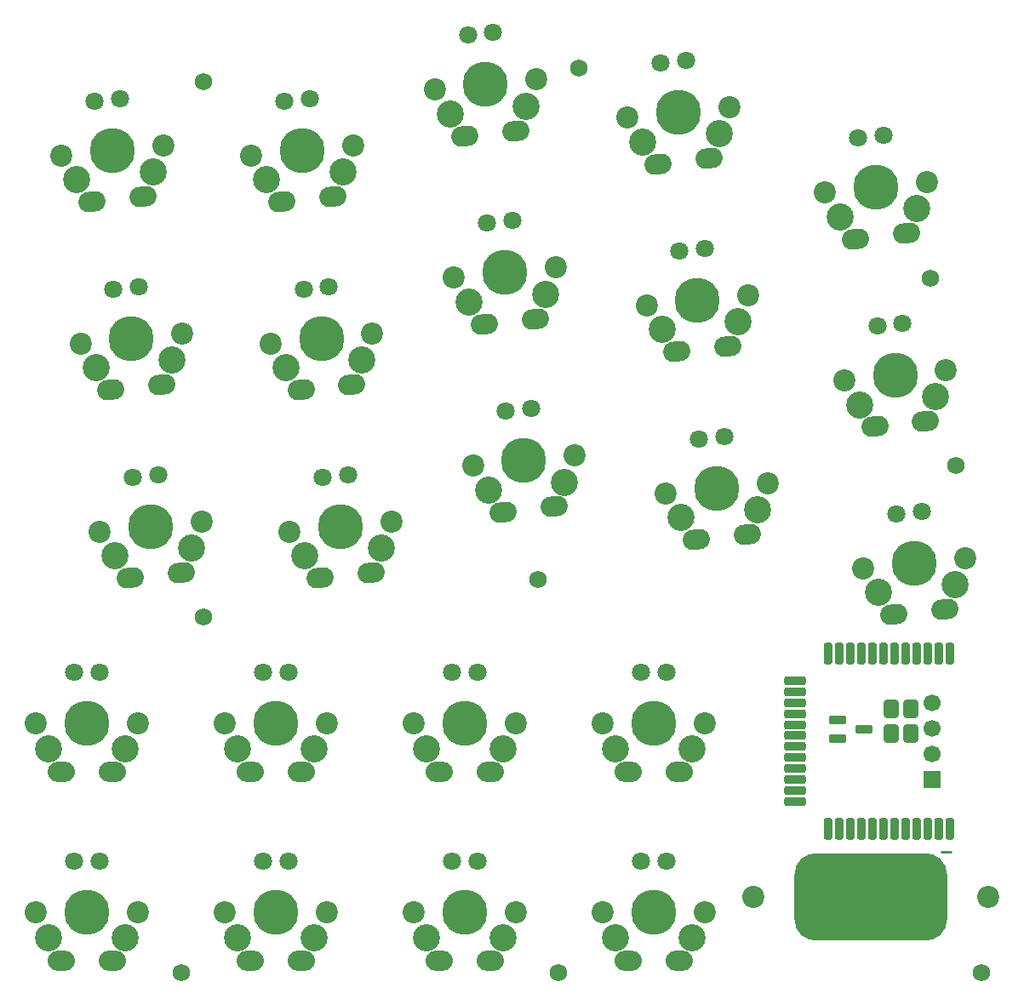
<source format=gbs>
G04 Layer_Color=16711935*
%FSLAX42Y42*%
%MOMM*%
G71*
G01*
G75*
%ADD17C,0.25*%
G04:AMPARAMS|DCode=32|XSize=0.9mm|YSize=2.2mm|CornerRadius=0.28mm|HoleSize=0mm|Usage=FLASHONLY|Rotation=270.000|XOffset=0mm|YOffset=0mm|HoleType=Round|Shape=RoundedRectangle|*
%AMROUNDEDRECTD32*
21,1,0.90,1.65,0,0,270.0*
21,1,0.35,2.20,0,0,270.0*
1,1,0.55,-0.82,-0.17*
1,1,0.55,-0.82,0.17*
1,1,0.55,0.82,0.17*
1,1,0.55,0.82,-0.17*
%
%ADD32ROUNDEDRECTD32*%
G04:AMPARAMS|DCode=33|XSize=0.9mm|YSize=2.2mm|CornerRadius=0.28mm|HoleSize=0mm|Usage=FLASHONLY|Rotation=0.000|XOffset=0mm|YOffset=0mm|HoleType=Round|Shape=RoundedRectangle|*
%AMROUNDEDRECTD33*
21,1,0.90,1.65,0,0,0.0*
21,1,0.35,2.20,0,0,0.0*
1,1,0.55,0.17,-0.82*
1,1,0.55,-0.17,-0.82*
1,1,0.55,-0.17,0.82*
1,1,0.55,0.17,0.82*
%
%ADD33ROUNDEDRECTD33*%
G04:AMPARAMS|DCode=34|XSize=1.55mm|YSize=1.9mm|CornerRadius=0.44mm|HoleSize=0mm|Usage=FLASHONLY|Rotation=0.000|XOffset=0mm|YOffset=0mm|HoleType=Round|Shape=RoundedRectangle|*
%AMROUNDEDRECTD34*
21,1,1.55,1.02,0,0,0.0*
21,1,0.68,1.90,0,0,0.0*
1,1,0.88,0.34,-0.51*
1,1,0.88,-0.34,-0.51*
1,1,0.88,-0.34,0.51*
1,1,0.88,0.34,0.51*
%
%ADD34ROUNDEDRECTD34*%
G04:AMPARAMS|DCode=35|XSize=0.85mm|YSize=1.75mm|CornerRadius=0.26mm|HoleSize=0mm|Usage=FLASHONLY|Rotation=270.000|XOffset=0mm|YOffset=0mm|HoleType=Round|Shape=RoundedRectangle|*
%AMROUNDEDRECTD35*
21,1,0.85,1.23,0,0,270.0*
21,1,0.33,1.75,0,0,270.0*
1,1,0.53,-0.61,-0.16*
1,1,0.53,-0.61,0.16*
1,1,0.53,0.61,0.16*
1,1,0.53,0.61,-0.16*
%
%ADD35ROUNDEDRECTD35*%
G04:AMPARAMS|DCode=36|XSize=15.2mm|YSize=8.7mm|CornerRadius=2.23mm|HoleSize=0mm|Usage=FLASHONLY|Rotation=0.000|XOffset=0mm|YOffset=0mm|HoleType=Round|Shape=RoundedRectangle|*
%AMROUNDEDRECTD36*
21,1,15.20,4.25,0,0,0.0*
21,1,10.75,8.70,0,0,0.0*
1,1,4.45,5.38,-2.13*
1,1,4.45,-5.38,-2.13*
1,1,4.45,-5.38,2.13*
1,1,4.45,5.38,2.13*
%
%ADD36ROUNDEDRECTD36*%
%ADD37C,1.73*%
%ADD38C,1.80*%
%ADD39C,4.50*%
%ADD40C,2.20*%
%ADD41C,2.70*%
%ADD42O,2.70X2.00*%
G04:AMPARAMS|DCode=43|XSize=2.7mm|YSize=2mm|CornerRadius=0mm|HoleSize=0mm|Usage=FLASHONLY|Rotation=5.800|XOffset=0mm|YOffset=0mm|HoleType=Round|Shape=Round|*
%AMOVALD43*
21,1,0.70,2.00,0.00,0.00,5.8*
1,1,2.00,-0.35,-0.04*
1,1,2.00,0.35,0.04*
%
%ADD43OVALD43*%

%ADD44C,1.70*%
%ADD45R,1.70X1.70*%
D17*
X9350Y1450D02*
X9450D01*
D32*
X7900Y2715D02*
D03*
Y2935D02*
D03*
Y2825D02*
D03*
Y3155D02*
D03*
Y3045D02*
D03*
Y2385D02*
D03*
Y2165D02*
D03*
Y2055D02*
D03*
Y1945D02*
D03*
Y2275D02*
D03*
Y2605D02*
D03*
Y2495D02*
D03*
D33*
X9440Y3420D02*
D03*
X8670D02*
D03*
X9220D02*
D03*
X9110D02*
D03*
X9000D02*
D03*
X8890D02*
D03*
X8780D02*
D03*
X8560D02*
D03*
X8450D02*
D03*
X8340D02*
D03*
X8230D02*
D03*
X9330D02*
D03*
X9220Y1680D02*
D03*
X8450D02*
D03*
X9330D02*
D03*
X8340D02*
D03*
X8560D02*
D03*
X8670D02*
D03*
X8780D02*
D03*
X8890D02*
D03*
X9000D02*
D03*
X9110D02*
D03*
X8230D02*
D03*
X9440D02*
D03*
D34*
X8850Y2870D02*
D03*
Y2630D02*
D03*
X9050D02*
D03*
Y2870D02*
D03*
D35*
X8582Y2670D02*
D03*
X8318Y2765D02*
D03*
Y2575D02*
D03*
D36*
X8650Y1000D02*
D03*
D37*
X9496Y5296D02*
D03*
X9750Y250D02*
D03*
X9246Y7160D02*
D03*
X2010Y3790D02*
D03*
X5747Y9247D02*
D03*
X2012Y9109D02*
D03*
X5540Y250D02*
D03*
X1790D02*
D03*
X5340Y4160D02*
D03*
D38*
X6363Y1358D02*
D03*
X6617D02*
D03*
X4483D02*
D03*
X4737D02*
D03*
X2603D02*
D03*
X2857D02*
D03*
X723D02*
D03*
X977D02*
D03*
X6363Y3238D02*
D03*
X6617D02*
D03*
X4483D02*
D03*
X4737D02*
D03*
X2603D02*
D03*
X2857D02*
D03*
X723D02*
D03*
X977D02*
D03*
X8905Y4812D02*
D03*
X9158Y4838D02*
D03*
X6939Y5557D02*
D03*
X7192Y5583D02*
D03*
X5022Y5835D02*
D03*
X5274Y5860D02*
D03*
X3199Y5177D02*
D03*
X3451Y5203D02*
D03*
X1309Y5177D02*
D03*
X1562Y5203D02*
D03*
X8715Y6682D02*
D03*
X8968Y6708D02*
D03*
X6749Y7427D02*
D03*
X7002Y7453D02*
D03*
X4832Y7705D02*
D03*
X5084Y7731D02*
D03*
X3009Y7047D02*
D03*
X3261Y7073D02*
D03*
X1119Y7047D02*
D03*
X1372Y7073D02*
D03*
X8525Y8553D02*
D03*
X8778Y8578D02*
D03*
X6560Y9298D02*
D03*
X6812Y9323D02*
D03*
X4642Y9575D02*
D03*
X4894Y9601D02*
D03*
X2819Y8918D02*
D03*
X3071Y8943D02*
D03*
X929Y8918D02*
D03*
X1182Y8944D02*
D03*
D39*
X6490Y850D02*
D03*
X4610D02*
D03*
X2730D02*
D03*
X850D02*
D03*
X6490Y2730D02*
D03*
X4610D02*
D03*
X2730D02*
D03*
X850D02*
D03*
X9083Y4319D02*
D03*
X7117Y5064D02*
D03*
X5199Y5342D02*
D03*
X3376Y4685D02*
D03*
X1487Y4685D02*
D03*
X8893Y6190D02*
D03*
X6927Y6935D02*
D03*
X5009Y7212D02*
D03*
X3186Y6555D02*
D03*
X1297Y6555D02*
D03*
X8703Y8060D02*
D03*
X6737Y8805D02*
D03*
X4819Y9083D02*
D03*
X2996Y8425D02*
D03*
X1107Y8425D02*
D03*
D40*
X6998Y850D02*
D03*
X5982D02*
D03*
X5118D02*
D03*
X4102D02*
D03*
X3238D02*
D03*
X2222D02*
D03*
X1358D02*
D03*
X342D02*
D03*
X6998Y2730D02*
D03*
X5982D02*
D03*
X5118D02*
D03*
X4102D02*
D03*
X3238D02*
D03*
X2222D02*
D03*
X1358D02*
D03*
X342D02*
D03*
X9588Y4371D02*
D03*
X8577Y4268D02*
D03*
X7623Y5116D02*
D03*
X6612Y5013D02*
D03*
X5705Y5393D02*
D03*
X4694Y5291D02*
D03*
X3882Y4736D02*
D03*
X2871Y4633D02*
D03*
X1992Y4736D02*
D03*
X981Y4633D02*
D03*
X9398Y6241D02*
D03*
X8387Y6138D02*
D03*
X7433Y6986D02*
D03*
X6422Y6884D02*
D03*
X5515Y7264D02*
D03*
X4504Y7161D02*
D03*
X3692Y6606D02*
D03*
X2681Y6504D02*
D03*
X1802Y6606D02*
D03*
X791Y6504D02*
D03*
X9208Y8111D02*
D03*
X8197Y8009D02*
D03*
X7243Y8857D02*
D03*
X6232Y8754D02*
D03*
X5325Y9134D02*
D03*
X4314Y9032D02*
D03*
X3502Y8477D02*
D03*
X2491Y8374D02*
D03*
X1612Y8477D02*
D03*
X601Y8374D02*
D03*
X9820Y1000D02*
D03*
X7480D02*
D03*
D41*
X6871Y596D02*
D03*
X6109D02*
D03*
X4991D02*
D03*
X4229D02*
D03*
X3111D02*
D03*
X2349D02*
D03*
X1231D02*
D03*
X469D02*
D03*
X6871Y2476D02*
D03*
X6109D02*
D03*
X4991D02*
D03*
X4229D02*
D03*
X3111D02*
D03*
X2349D02*
D03*
X1231D02*
D03*
X469D02*
D03*
X9487Y4105D02*
D03*
X8729Y4028D02*
D03*
X7522Y4850D02*
D03*
X6764Y4773D02*
D03*
X5604Y5128D02*
D03*
X4846Y5051D02*
D03*
X3781Y4470D02*
D03*
X3023Y4393D02*
D03*
X1891Y4470D02*
D03*
X1133Y4393D02*
D03*
X9297Y5975D02*
D03*
X8539Y5898D02*
D03*
X7332Y6721D02*
D03*
X6574Y6644D02*
D03*
X5414Y6998D02*
D03*
X4656Y6921D02*
D03*
X3591Y6341D02*
D03*
X2833Y6264D02*
D03*
X1701Y6341D02*
D03*
X943Y6264D02*
D03*
X9107Y7846D02*
D03*
X8349Y7769D02*
D03*
X7142Y8591D02*
D03*
X6384Y8514D02*
D03*
X5224Y8869D02*
D03*
X4466Y8792D02*
D03*
X3401Y8211D02*
D03*
X2643Y8134D02*
D03*
X1511Y8211D02*
D03*
X753Y8134D02*
D03*
D42*
X6236Y362D02*
D03*
X6744D02*
D03*
X4356D02*
D03*
X4864D02*
D03*
X2476D02*
D03*
X2984D02*
D03*
X596D02*
D03*
X1104D02*
D03*
X6236Y2242D02*
D03*
X6744D02*
D03*
X4356D02*
D03*
X4864D02*
D03*
X2476D02*
D03*
X2984D02*
D03*
X596D02*
D03*
X1104D02*
D03*
D43*
X8879Y3808D02*
D03*
X9385Y3860D02*
D03*
X6914Y4554D02*
D03*
X7419Y4605D02*
D03*
X4996Y4831D02*
D03*
X5501Y4883D02*
D03*
X3173Y4174D02*
D03*
X3678Y4225D02*
D03*
X1283Y4174D02*
D03*
X1789Y4225D02*
D03*
X8689Y5679D02*
D03*
X9195Y5730D02*
D03*
X6724Y6424D02*
D03*
X7229Y6475D02*
D03*
X4806Y6702D02*
D03*
X5311Y6753D02*
D03*
X2983Y6044D02*
D03*
X3488Y6095D02*
D03*
X1093Y6044D02*
D03*
X1599Y6095D02*
D03*
X8499Y7549D02*
D03*
X9005Y7601D02*
D03*
X6534Y8294D02*
D03*
X7039Y8346D02*
D03*
X4616Y8572D02*
D03*
X5121Y8623D02*
D03*
X2793Y7914D02*
D03*
X3298Y7966D02*
D03*
X903Y7914D02*
D03*
X1409Y7966D02*
D03*
D44*
X9260Y2931D02*
D03*
Y2677D02*
D03*
Y2423D02*
D03*
D45*
Y2169D02*
D03*
M02*

</source>
